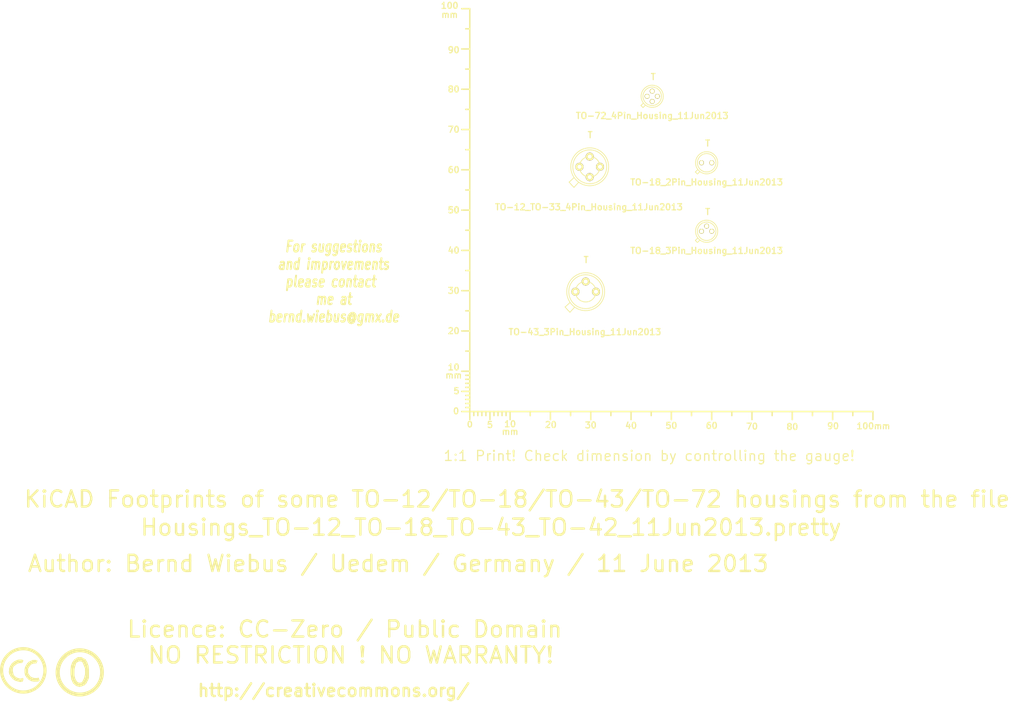
<source format=kicad_pcb>
(kicad_pcb (version 3) (host pcbnew "(2014-04-15 BZR 4803)-product")

  (general
    (links 0)
    (no_connects 0)
    (area -7.617818 22.805099 269.02947 197.4742)
    (thickness 1.6002)
    (drawings 7)
    (tracks 0)
    (zones 0)
    (modules 8)
    (nets 1)
  )

  (page A4)
  (layers
    (15 Vorderseite signal)
    (0 Rückseite signal)
    (16 B.Adhes user)
    (17 F.Adhes user)
    (18 B.Paste user)
    (19 F.Paste user)
    (20 B.SilkS user)
    (21 F.SilkS user)
    (22 B.Mask user)
    (23 F.Mask user)
    (24 Dwgs.User user)
    (25 Cmts.User user)
    (26 Eco1.User user)
    (27 Eco2.User user)
    (28 Edge.Cuts user)
  )

  (setup
    (last_trace_width 0.2032)
    (trace_clearance 0.254)
    (zone_clearance 0.508)
    (zone_45_only no)
    (trace_min 0.2032)
    (segment_width 0.381)
    (edge_width 0.381)
    (via_size 0.889)
    (via_drill 0.635)
    (via_min_size 0.889)
    (via_min_drill 0.508)
    (uvia_size 0.508)
    (uvia_drill 0.127)
    (uvias_allowed no)
    (uvia_min_size 0.508)
    (uvia_min_drill 0.127)
    (pcb_text_width 0.3048)
    (pcb_text_size 1.524 2.032)
    (mod_edge_width 0.381)
    (mod_text_size 1.524 1.524)
    (mod_text_width 0.3048)
    (pad_size 1.524 1.524)
    (pad_drill 0.8128)
    (pad_to_mask_clearance 0.254)
    (aux_axis_origin 0 0)
    (visible_elements 7FFFFFFF)
    (pcbplotparams
      (layerselection 3178497)
      (usegerberextensions false)
      (excludeedgelayer true)
      (linewidth 0.150000)
      (plotframeref false)
      (viasonmask false)
      (mode 1)
      (useauxorigin false)
      (hpglpennumber 1)
      (hpglpenspeed 20)
      (hpglpendiameter 15)
      (hpglpenoverlay 0)
      (psnegative false)
      (psa4output false)
      (plotreference true)
      (plotvalue true)
      (plotothertext true)
      (plotinvisibletext false)
      (padsonsilk false)
      (subtractmaskfromsilk false)
      (outputformat 4)
      (mirror false)
      (drillshape 0)
      (scaleselection 1)
      (outputdirectory ""))
  )

  (net 0 "")

  (net_class Default "Dies ist die voreingestellte Netzklasse."
    (clearance 0.254)
    (trace_width 0.2032)
    (via_dia 0.889)
    (via_drill 0.635)
    (uvia_dia 0.508)
    (uvia_drill 0.127)
  )

  (module Gauge_100mm_Type2_SilkScreenTop_RevA_Date22Jun2010 (layer Vorderseite) (tedit 5389C230) (tstamp 4D88F07A)
    (at 131.75056 123.2494)
    (descr "Gauge, Massstab, 100mm, SilkScreenTop, Type 2,")
    (tags "Gauge, Massstab, 100mm, SilkScreenTop, Type 2,")
    (path Gauge_100mm_Type2_SilkScreenTop_RevA_Date22Jun2010)
    (fp_text reference MSC (at 4.0005 8.99922) (layer F.SilkS) hide
      (effects (font (thickness 0.3048)))
    )
    (fp_text value Gauge_100mm_Type2_SilkScreenTop_RevA_Date22Jun2010 (at 45.9994 8.99922) (layer F.SilkS) hide
      (effects (font (thickness 0.3048)))
    )
    (fp_text user mm (at 9.99998 5.00126) (layer F.SilkS)
      (effects (font (thickness 0.3048)))
    )
    (fp_text user mm (at -4.0005 -8.99922) (layer F.SilkS)
      (effects (font (thickness 0.3048)))
    )
    (fp_text user mm (at -5.00126 -98.5012) (layer F.SilkS)
      (effects (font (thickness 0.3048)))
    )
    (fp_text user 10 (at 10.00506 3.0988) (layer F.SilkS)
      (effects (font (size 1.50114 1.50114) (thickness 0.29972)))
    )
    (fp_text user 0 (at 0.00508 3.19786) (layer F.SilkS)
      (effects (font (size 1.39954 1.50114) (thickness 0.29972)))
    )
    (fp_text user 5 (at 5.0038 3.29946) (layer F.SilkS)
      (effects (font (size 1.50114 1.50114) (thickness 0.29972)))
    )
    (fp_text user 20 (at 20.1041 3.29946) (layer F.SilkS)
      (effects (font (size 1.50114 1.50114) (thickness 0.29972)))
    )
    (fp_text user 30 (at 30.00502 3.39852) (layer F.SilkS)
      (effects (font (size 1.50114 1.50114) (thickness 0.29972)))
    )
    (fp_text user 40 (at 40.005 3.50012) (layer F.SilkS)
      (effects (font (size 1.50114 1.50114) (thickness 0.29972)))
    )
    (fp_text user 50 (at 50.00498 3.50012) (layer F.SilkS)
      (effects (font (size 1.50114 1.50114) (thickness 0.29972)))
    )
    (fp_text user 60 (at 60.00496 3.50012) (layer F.SilkS)
      (effects (font (size 1.50114 1.50114) (thickness 0.29972)))
    )
    (fp_text user 70 (at 70.00494 3.70078) (layer F.SilkS)
      (effects (font (size 1.50114 1.50114) (thickness 0.29972)))
    )
    (fp_text user 80 (at 80.00492 3.79984) (layer F.SilkS)
      (effects (font (size 1.50114 1.50114) (thickness 0.29972)))
    )
    (fp_text user 90 (at 90.1065 3.60172) (layer F.SilkS)
      (effects (font (size 1.50114 1.50114) (thickness 0.29972)))
    )
    (fp_text user 100mm (at 100.10648 3.60172) (layer F.SilkS)
      (effects (font (size 1.50114 1.50114) (thickness 0.29972)))
    )
    (fp_line (start 0 -8.99922) (end -1.00076 -8.99922) (layer F.SilkS) (width 0.381))
    (fp_line (start 0 -8.001) (end -1.00076 -8.001) (layer F.SilkS) (width 0.381))
    (fp_line (start 0 -7.00024) (end -1.00076 -7.00024) (layer F.SilkS) (width 0.381))
    (fp_line (start 0 -5.99948) (end -1.00076 -5.99948) (layer F.SilkS) (width 0.381))
    (fp_line (start 0 -4.0005) (end -1.00076 -4.0005) (layer F.SilkS) (width 0.381))
    (fp_line (start 0 -2.99974) (end -1.00076 -2.99974) (layer F.SilkS) (width 0.381))
    (fp_line (start 0 -1.99898) (end -1.00076 -1.99898) (layer F.SilkS) (width 0.381))
    (fp_line (start 0 -1.00076) (end -1.00076 -1.00076) (layer F.SilkS) (width 0.381))
    (fp_line (start 0 0) (end -1.99898 0) (layer F.SilkS) (width 0.381))
    (fp_line (start 0 -5.00126) (end -1.99898 -5.00126) (layer F.SilkS) (width 0.381))
    (fp_line (start 0 -9.99998) (end -1.99898 -9.99998) (layer F.SilkS) (width 0.381))
    (fp_line (start 0 -15.00124) (end -1.00076 -15.00124) (layer F.SilkS) (width 0.381))
    (fp_line (start 0 -19.99996) (end -1.99898 -19.99996) (layer F.SilkS) (width 0.381))
    (fp_line (start 0 -25.00122) (end -1.00076 -25.00122) (layer F.SilkS) (width 0.381))
    (fp_line (start 0 -29.99994) (end -1.99898 -29.99994) (layer F.SilkS) (width 0.381))
    (fp_line (start 0 -35.0012) (end -1.00076 -35.0012) (layer F.SilkS) (width 0.381))
    (fp_line (start 0 -39.99992) (end -1.99898 -39.99992) (layer F.SilkS) (width 0.381))
    (fp_line (start 0 -45.00118) (end -1.00076 -45.00118) (layer F.SilkS) (width 0.381))
    (fp_line (start 0 -49.9999) (end -1.99898 -49.9999) (layer F.SilkS) (width 0.381))
    (fp_line (start 0 -55.00116) (end -1.00076 -55.00116) (layer F.SilkS) (width 0.381))
    (fp_line (start 0 -59.99988) (end -1.99898 -59.99988) (layer F.SilkS) (width 0.381))
    (fp_line (start 0 -65.00114) (end -1.00076 -65.00114) (layer F.SilkS) (width 0.381))
    (fp_line (start 0 -69.99986) (end -1.99898 -69.99986) (layer F.SilkS) (width 0.381))
    (fp_line (start 0 -75.00112) (end -1.00076 -75.00112) (layer F.SilkS) (width 0.381))
    (fp_line (start 0 -79.99984) (end -1.99898 -79.99984) (layer F.SilkS) (width 0.381))
    (fp_line (start 0 -85.0011) (end -1.00076 -85.0011) (layer F.SilkS) (width 0.381))
    (fp_line (start 0 -89.99982) (end -1.99898 -89.99982) (layer F.SilkS) (width 0.381))
    (fp_line (start 0 -95.00108) (end -1.00076 -95.00108) (layer F.SilkS) (width 0.381))
    (fp_line (start 0 0) (end 0 -99.9998) (layer F.SilkS) (width 0.381))
    (fp_line (start 0 -99.9998) (end -1.99898 -99.9998) (layer F.SilkS) (width 0.381))
    (fp_text user 100 (at -4.99872 -100.7491) (layer F.SilkS)
      (effects (font (size 1.50114 1.50114) (thickness 0.29972)))
    )
    (fp_text user 90 (at -4.0005 -89.7509) (layer F.SilkS)
      (effects (font (size 1.50114 1.50114) (thickness 0.29972)))
    )
    (fp_text user 80 (at -4.0005 -79.99984) (layer F.SilkS)
      (effects (font (size 1.50114 1.50114) (thickness 0.29972)))
    )
    (fp_text user 70 (at -4.0005 -69.99986) (layer F.SilkS)
      (effects (font (size 1.50114 1.50114) (thickness 0.29972)))
    )
    (fp_text user 60 (at -4.0005 -59.99988) (layer F.SilkS)
      (effects (font (size 1.50114 1.50114) (thickness 0.29972)))
    )
    (fp_text user 50 (at -4.0005 -49.9999) (layer F.SilkS)
      (effects (font (size 1.50114 1.50114) (thickness 0.34036)))
    )
    (fp_text user 40 (at -4.0005 -39.99992) (layer F.SilkS)
      (effects (font (size 1.50114 1.50114) (thickness 0.29972)))
    )
    (fp_text user 30 (at -4.0005 -29.99994) (layer F.SilkS)
      (effects (font (size 1.50114 1.50114) (thickness 0.29972)))
    )
    (fp_text user 20 (at -4.0005 -19.99996) (layer F.SilkS)
      (effects (font (size 1.50114 1.50114) (thickness 0.29972)))
    )
    (fp_line (start 95.00108 0) (end 95.00108 1.00076) (layer F.SilkS) (width 0.381))
    (fp_line (start 89.99982 0) (end 89.99982 1.99898) (layer F.SilkS) (width 0.381))
    (fp_line (start 85.0011 0) (end 85.0011 1.00076) (layer F.SilkS) (width 0.381))
    (fp_line (start 79.99984 0) (end 79.99984 1.99898) (layer F.SilkS) (width 0.381))
    (fp_line (start 75.00112 0) (end 75.00112 1.00076) (layer F.SilkS) (width 0.381))
    (fp_line (start 69.99986 0) (end 69.99986 1.99898) (layer F.SilkS) (width 0.381))
    (fp_line (start 65.00114 0) (end 65.00114 1.00076) (layer F.SilkS) (width 0.381))
    (fp_line (start 59.99988 0) (end 59.99988 1.99898) (layer F.SilkS) (width 0.381))
    (fp_line (start 55.00116 0) (end 55.00116 1.00076) (layer F.SilkS) (width 0.381))
    (fp_line (start 49.9999 0) (end 49.9999 1.99898) (layer F.SilkS) (width 0.381))
    (fp_line (start 45.00118 0) (end 45.00118 1.00076) (layer F.SilkS) (width 0.381))
    (fp_line (start 39.99992 0) (end 39.99992 1.99898) (layer F.SilkS) (width 0.381))
    (fp_line (start 35.0012 0) (end 35.0012 1.00076) (layer F.SilkS) (width 0.381))
    (fp_line (start 29.99994 0) (end 29.99994 1.99898) (layer F.SilkS) (width 0.381))
    (fp_line (start 25.00122 0) (end 25.00122 1.00076) (layer F.SilkS) (width 0.381))
    (fp_line (start 19.99996 0) (end 19.99996 1.99898) (layer F.SilkS) (width 0.381))
    (fp_line (start 15.00124 0) (end 15.00124 1.00076) (layer F.SilkS) (width 0.381))
    (fp_line (start 9.99998 0) (end 99.9998 0) (layer F.SilkS) (width 0.381))
    (fp_line (start 99.9998 0) (end 99.9998 1.99898) (layer F.SilkS) (width 0.381))
    (fp_text user 5 (at -3.302 -5.10286) (layer F.SilkS)
      (effects (font (size 1.50114 1.50114) (thickness 0.29972)))
    )
    (fp_text user 0 (at -3.4036 -0.10414) (layer F.SilkS)
      (effects (font (size 1.50114 1.50114) (thickness 0.29972)))
    )
    (fp_text user 10 (at -4.0005 -11.00074) (layer F.SilkS)
      (effects (font (size 1.50114 1.50114) (thickness 0.29972)))
    )
    (fp_line (start 8.99922 0) (end 8.99922 1.00076) (layer F.SilkS) (width 0.381))
    (fp_line (start 8.001 0) (end 8.001 1.00076) (layer F.SilkS) (width 0.381))
    (fp_line (start 7.00024 0) (end 7.00024 1.00076) (layer F.SilkS) (width 0.381))
    (fp_line (start 5.99948 0) (end 5.99948 1.00076) (layer F.SilkS) (width 0.381))
    (fp_line (start 4.0005 0) (end 4.0005 1.00076) (layer F.SilkS) (width 0.381))
    (fp_line (start 2.99974 0) (end 2.99974 1.00076) (layer F.SilkS) (width 0.381))
    (fp_line (start 1.99898 0) (end 1.99898 1.00076) (layer F.SilkS) (width 0.381))
    (fp_line (start 1.00076 0) (end 1.00076 1.00076) (layer F.SilkS) (width 0.381))
    (fp_line (start 5.00126 0) (end 5.00126 1.99898) (layer F.SilkS) (width 0.381))
    (fp_line (start 0 0) (end 0 1.99898) (layer F.SilkS) (width 0.381))
    (fp_line (start 0 0) (end 9.99998 0) (layer F.SilkS) (width 0.381))
    (fp_line (start 9.99998 0) (end 9.99998 1.99898) (layer F.SilkS) (width 0.381))
  )

  (module Symbol_CC-PublicDomain_SilkScreenTop_Big (layer Vorderseite) (tedit 515D641F) (tstamp 515F0B64)
    (at 35 188)
    (descr "Symbol, CC-PublicDomain, SilkScreen Top, Big,")
    (tags "Symbol, CC-PublicDomain, SilkScreen Top, Big,")
    (path Symbol_CC-Noncommercial_CopperTop_Big)
    (fp_text reference Sym (at 0.59944 -7.29996) (layer F.SilkS) hide
      (effects (font (thickness 0.3048)))
    )
    (fp_text value Symbol_CC-PublicDomain_SilkScreenTop_Big (at 0.59944 8.001) (layer F.SilkS) hide
      (effects (font (thickness 0.3048)))
    )
    (fp_circle (center 0 0) (end 5.8 -0.05) (layer F.SilkS) (width 0.381))
    (fp_circle (center 0 0) (end 5.5 0) (layer F.SilkS) (width 0.381))
    (fp_circle (center 0.05 0) (end 5.25 0) (layer F.SilkS) (width 0.381))
    (fp_line (start 1.1 -2.5) (end 1.4 -1.9) (layer F.SilkS) (width 0.381))
    (fp_line (start -1.8 1.2) (end -1.6 1.9) (layer F.SilkS) (width 0.381))
    (fp_line (start -1.6 1.9) (end -1.2 2.5) (layer F.SilkS) (width 0.381))
    (fp_line (start 0 -3) (end 0.75 -2.75) (layer F.SilkS) (width 0.381))
    (fp_line (start 0.75 -2.75) (end 1 -2.25) (layer F.SilkS) (width 0.381))
    (fp_line (start 1 -2.25) (end 1.5 -1) (layer F.SilkS) (width 0.381))
    (fp_line (start 1.5 -1) (end 1.5 -0.5) (layer F.SilkS) (width 0.381))
    (fp_line (start 1.5 -0.5) (end 1.5 0.5) (layer F.SilkS) (width 0.381))
    (fp_line (start 1.5 0.5) (end 1.25 1.5) (layer F.SilkS) (width 0.381))
    (fp_line (start 1.25 1.5) (end 0.75 2.5) (layer F.SilkS) (width 0.381))
    (fp_line (start 0.75 2.5) (end 0.25 2.75) (layer F.SilkS) (width 0.381))
    (fp_line (start 0.25 2.75) (end -0.25 2.75) (layer F.SilkS) (width 0.381))
    (fp_line (start -0.25 2.75) (end -0.75 2.5) (layer F.SilkS) (width 0.381))
    (fp_line (start -0.75 2.5) (end -1.25 1.75) (layer F.SilkS) (width 0.381))
    (fp_line (start -1.25 1.75) (end -1.5 0.75) (layer F.SilkS) (width 0.381))
    (fp_line (start -1.5 0.75) (end -1.5 -0.75) (layer F.SilkS) (width 0.381))
    (fp_line (start -1.5 -0.75) (end -1.25 -1.75) (layer F.SilkS) (width 0.381))
    (fp_line (start -1.25 -1.75) (end -1 -2.5) (layer F.SilkS) (width 0.381))
    (fp_line (start -1 -2.5) (end -0.3 -2.9) (layer F.SilkS) (width 0.381))
    (fp_line (start -0.3 -2.9) (end 0.2 -3) (layer F.SilkS) (width 0.381))
    (fp_line (start 0.2 -3) (end 0.8 -3) (layer F.SilkS) (width 0.381))
    (fp_line (start 0.8 -3) (end 1.4 -2.3) (layer F.SilkS) (width 0.381))
    (fp_line (start 1.4 -2.3) (end 1.6 -1.4) (layer F.SilkS) (width 0.381))
    (fp_line (start 1.6 -1.4) (end 1.7 -0.3) (layer F.SilkS) (width 0.381))
    (fp_line (start 1.7 -0.3) (end 1.7 0.9) (layer F.SilkS) (width 0.381))
    (fp_line (start 1.7 0.9) (end 1.4 1.8) (layer F.SilkS) (width 0.381))
    (fp_line (start 1.4 1.8) (end 1 2.7) (layer F.SilkS) (width 0.381))
    (fp_line (start 1 2.7) (end 0.5 3) (layer F.SilkS) (width 0.381))
    (fp_line (start 0.5 3) (end -0.4 3) (layer F.SilkS) (width 0.381))
    (fp_line (start -0.4 3) (end -1.3 2.3) (layer F.SilkS) (width 0.381))
    (fp_line (start -1.3 2.3) (end -1.7 1) (layer F.SilkS) (width 0.381))
    (fp_line (start -1.7 1) (end -1.8 -0.7) (layer F.SilkS) (width 0.381))
    (fp_line (start -1.8 -0.7) (end -1.4 -2.2) (layer F.SilkS) (width 0.381))
    (fp_line (start -1.4 -2.2) (end -1 -2.9) (layer F.SilkS) (width 0.381))
    (fp_line (start -1 -2.9) (end -0.2 -3.3) (layer F.SilkS) (width 0.381))
    (fp_line (start -0.2 -3.3) (end 0.7 -3.2) (layer F.SilkS) (width 0.381))
    (fp_line (start 0.7 -3.2) (end 1.3 -3.1) (layer F.SilkS) (width 0.381))
    (fp_line (start 1.3 -3.1) (end 1.7 -2.4) (layer F.SilkS) (width 0.381))
    (fp_line (start 1.7 -2.4) (end 2 -1.6) (layer F.SilkS) (width 0.381))
    (fp_line (start 2 -1.6) (end 2.1 -0.6) (layer F.SilkS) (width 0.381))
    (fp_line (start 2.1 -0.6) (end 2.1 0.3) (layer F.SilkS) (width 0.381))
    (fp_line (start 2.1 0.3) (end 2.1 1.3) (layer F.SilkS) (width 0.381))
    (fp_line (start 2.1 1.3) (end 1.9 1.8) (layer F.SilkS) (width 0.381))
    (fp_line (start 1.9 1.8) (end 1.5 2.6) (layer F.SilkS) (width 0.381))
    (fp_line (start 1.5 2.6) (end 1.1 3) (layer F.SilkS) (width 0.381))
    (fp_line (start 1.1 3) (end 0.4 3.3) (layer F.SilkS) (width 0.381))
    (fp_line (start 0.4 3.3) (end -0.1 3.4) (layer F.SilkS) (width 0.381))
    (fp_line (start -0.1 3.4) (end -0.8 3.2) (layer F.SilkS) (width 0.381))
    (fp_line (start -0.8 3.2) (end -1.5 2.6) (layer F.SilkS) (width 0.381))
    (fp_line (start -1.5 2.6) (end -1.9 1.7) (layer F.SilkS) (width 0.381))
    (fp_line (start -1.9 1.7) (end -2.1 0.4) (layer F.SilkS) (width 0.381))
    (fp_line (start -2.1 0.4) (end -2.1 -0.6) (layer F.SilkS) (width 0.381))
    (fp_line (start -2.1 -0.6) (end -2 -1.6) (layer F.SilkS) (width 0.381))
    (fp_line (start -2 -1.6) (end -1.7 -2.4) (layer F.SilkS) (width 0.381))
    (fp_line (start -1.7 -2.4) (end -1.2 -3.1) (layer F.SilkS) (width 0.381))
    (fp_line (start -1.2 -3.1) (end -0.4 -3.6) (layer F.SilkS) (width 0.381))
    (fp_line (start -0.4 -3.6) (end 0.4 -3.6) (layer F.SilkS) (width 0.381))
    (fp_line (start 0.4 -3.6) (end 1.1 -3.2) (layer F.SilkS) (width 0.381))
    (fp_line (start 1.1 -3.2) (end 1.1 -2.9) (layer F.SilkS) (width 0.381))
    (fp_line (start 1.1 -2.9) (end 1.8 -1.5) (layer F.SilkS) (width 0.381))
    (fp_line (start 1.8 -1.5) (end 1.8 -0.4) (layer F.SilkS) (width 0.381))
    (fp_line (start 1.8 -0.4) (end 1.8 1.1) (layer F.SilkS) (width 0.381))
    (fp_line (start 1.8 1.1) (end 1.2 2.6) (layer F.SilkS) (width 0.381))
    (fp_line (start 1.2 2.6) (end 0.2 3.2) (layer F.SilkS) (width 0.381))
    (fp_line (start 0.2 3.2) (end -0.5 3.2) (layer F.SilkS) (width 0.381))
    (fp_line (start -0.5 3.2) (end -1.1 2.7) (layer F.SilkS) (width 0.381))
    (fp_line (start -1.1 2.7) (end -1.9 0.6) (layer F.SilkS) (width 0.381))
    (fp_line (start -1.9 0.6) (end -1.7 -1.9) (layer F.SilkS) (width 0.381))
  )

  (module Symbol_CreativeCommons_SilkScreenTop_Type2_Big (layer Vorderseite) (tedit 515D640C) (tstamp 515F46B2)
    (at 21 187.5)
    (descr "Symbol, Creative Commons, SilkScreen Top, Type 2, Big,")
    (tags "Symbol, Creative Commons, SilkScreen Top, Type 2, Big,")
    (path Symbol_CreativeCommons_CopperTop_Type2_Big)
    (fp_text reference Sym (at 0.59944 -7.29996) (layer F.SilkS) hide
      (effects (font (thickness 0.3048)))
    )
    (fp_text value Symbol_CreativeCommons_Typ2_SilkScreenTop_Big (at 0.59944 8.001) (layer F.SilkS) hide
      (effects (font (thickness 0.3048)))
    )
    (fp_line (start -0.70104 2.70002) (end -0.29972 2.60096) (layer F.SilkS) (width 0.381))
    (fp_line (start -0.29972 2.60096) (end -0.20066 2.10058) (layer F.SilkS) (width 0.381))
    (fp_line (start -2.49936 -1.69926) (end -2.70002 -1.6002) (layer F.SilkS) (width 0.381))
    (fp_line (start -2.70002 -1.6002) (end -3.0988 -1.00076) (layer F.SilkS) (width 0.381))
    (fp_line (start -3.0988 -1.00076) (end -3.29946 -0.50038) (layer F.SilkS) (width 0.381))
    (fp_line (start -3.29946 -0.50038) (end -3.40106 0.39878) (layer F.SilkS) (width 0.381))
    (fp_line (start -3.40106 0.39878) (end -3.29946 0.89916) (layer F.SilkS) (width 0.381))
    (fp_line (start -0.19812 2.4003) (end -0.29718 2.59842) (layer F.SilkS) (width 0.381))
    (fp_line (start 3.70078 2.10058) (end 3.79984 2.4003) (layer F.SilkS) (width 0.381))
    (fp_line (start 2.99974 -2.4003) (end 3.29946 -2.30124) (layer F.SilkS) (width 0.381))
    (fp_line (start 3.29946 -2.30124) (end 3.0988 -1.99898) (layer F.SilkS) (width 0.381))
    (fp_line (start 0 -5.40004) (end -0.50038 -5.40004) (layer F.SilkS) (width 0.381))
    (fp_line (start -0.50038 -5.40004) (end -1.30048 -5.10032) (layer F.SilkS) (width 0.381))
    (fp_line (start -1.30048 -5.10032) (end -1.99898 -4.89966) (layer F.SilkS) (width 0.381))
    (fp_line (start -1.99898 -4.89966) (end -2.70002 -4.699) (layer F.SilkS) (width 0.381))
    (fp_line (start -2.70002 -4.699) (end -3.29946 -4.20116) (layer F.SilkS) (width 0.381))
    (fp_line (start -3.29946 -4.20116) (end -4.0005 -3.59918) (layer F.SilkS) (width 0.381))
    (fp_line (start -4.0005 -3.59918) (end -4.50088 -2.99974) (layer F.SilkS) (width 0.381))
    (fp_line (start -4.50088 -2.99974) (end -5.00126 -2.10058) (layer F.SilkS) (width 0.381))
    (fp_line (start -5.00126 -2.10058) (end -5.30098 -1.09982) (layer F.SilkS) (width 0.381))
    (fp_line (start -5.30098 -1.09982) (end -5.40004 0.09906) (layer F.SilkS) (width 0.381))
    (fp_line (start -5.40004 0.09906) (end -5.19938 1.30048) (layer F.SilkS) (width 0.381))
    (fp_line (start -5.19938 1.30048) (end -4.8006 2.4003) (layer F.SilkS) (width 0.381))
    (fp_line (start -4.8006 2.4003) (end -3.79984 3.8989) (layer F.SilkS) (width 0.381))
    (fp_line (start -3.79984 3.8989) (end -2.60096 4.8006) (layer F.SilkS) (width 0.381))
    (fp_line (start -2.60096 4.8006) (end -1.30048 5.30098) (layer F.SilkS) (width 0.381))
    (fp_line (start -1.30048 5.30098) (end 0.09906 5.30098) (layer F.SilkS) (width 0.381))
    (fp_line (start 0.09906 5.30098) (end 1.6002 5.19938) (layer F.SilkS) (width 0.381))
    (fp_line (start 1.6002 5.19938) (end 2.60096 4.699) (layer F.SilkS) (width 0.381))
    (fp_line (start 2.60096 4.699) (end 4.20116 3.40106) (layer F.SilkS) (width 0.381))
    (fp_line (start 4.20116 3.40106) (end 5.00126 1.80086) (layer F.SilkS) (width 0.381))
    (fp_line (start 5.00126 1.80086) (end 5.40004 0.29972) (layer F.SilkS) (width 0.381))
    (fp_line (start 5.40004 0.29972) (end 5.19938 -1.39954) (layer F.SilkS) (width 0.381))
    (fp_line (start 5.19938 -1.39954) (end 4.699 -2.49936) (layer F.SilkS) (width 0.381))
    (fp_line (start 4.699 -2.49936) (end 3.40106 -4.09956) (layer F.SilkS) (width 0.381))
    (fp_line (start 3.40106 -4.09956) (end 2.4003 -4.8006) (layer F.SilkS) (width 0.381))
    (fp_line (start 2.4003 -4.8006) (end 1.39954 -5.19938) (layer F.SilkS) (width 0.381))
    (fp_line (start 1.39954 -5.19938) (end 0 -5.30098) (layer F.SilkS) (width 0.381))
    (fp_line (start 0.60198 -0.70104) (end 0.50292 -0.20066) (layer F.SilkS) (width 0.381))
    (fp_line (start 0.50292 -0.20066) (end 0.50292 0.49784) (layer F.SilkS) (width 0.381))
    (fp_line (start 0.50292 0.49784) (end 0.60198 1.09982) (layer F.SilkS) (width 0.381))
    (fp_line (start 0.60198 1.09982) (end 1.00076 1.69926) (layer F.SilkS) (width 0.381))
    (fp_line (start 1.00076 1.69926) (end 1.50114 2.19964) (layer F.SilkS) (width 0.381))
    (fp_line (start 1.50114 2.19964) (end 2.10058 2.49936) (layer F.SilkS) (width 0.381))
    (fp_line (start 2.10058 2.49936) (end 2.60096 2.59842) (layer F.SilkS) (width 0.381))
    (fp_line (start 2.60096 2.59842) (end 3.00228 2.59842) (layer F.SilkS) (width 0.381))
    (fp_line (start 3.00228 2.59842) (end 3.40106 2.59842) (layer F.SilkS) (width 0.381))
    (fp_line (start 3.40106 2.59842) (end 3.80238 2.49936) (layer F.SilkS) (width 0.381))
    (fp_line (start 3.80238 2.49936) (end 3.70078 2.2987) (layer F.SilkS) (width 0.381))
    (fp_line (start 3.70078 2.2987) (end 2.80162 2.4003) (layer F.SilkS) (width 0.381))
    (fp_line (start 2.80162 2.4003) (end 1.80086 2.09804) (layer F.SilkS) (width 0.381))
    (fp_line (start 1.80086 2.09804) (end 1.20142 1.6002) (layer F.SilkS) (width 0.381))
    (fp_line (start 1.20142 1.6002) (end 0.80264 0.6985) (layer F.SilkS) (width 0.381))
    (fp_line (start 0.80264 0.6985) (end 0.70104 -0.29972) (layer F.SilkS) (width 0.381))
    (fp_line (start 0.70104 -0.29972) (end 1.00076 -1.00076) (layer F.SilkS) (width 0.381))
    (fp_line (start 1.00076 -1.00076) (end 1.60274 -1.7018) (layer F.SilkS) (width 0.381))
    (fp_line (start 1.60274 -1.7018) (end 2.30124 -2.10058) (layer F.SilkS) (width 0.381))
    (fp_line (start 2.30124 -2.10058) (end 3.00228 -2.10058) (layer F.SilkS) (width 0.381))
    (fp_line (start 3.00228 -2.10058) (end 3.10134 -1.89992) (layer F.SilkS) (width 0.381))
    (fp_line (start 3.10134 -1.89992) (end 2.5019 -1.89992) (layer F.SilkS) (width 0.381))
    (fp_line (start 2.5019 -1.89992) (end 1.80086 -1.6002) (layer F.SilkS) (width 0.381))
    (fp_line (start 1.80086 -1.6002) (end 1.30048 -1.00076) (layer F.SilkS) (width 0.381))
    (fp_line (start 1.30048 -1.00076) (end 1.00076 -0.40132) (layer F.SilkS) (width 0.381))
    (fp_line (start 1.00076 -0.40132) (end 1.00076 0.09906) (layer F.SilkS) (width 0.381))
    (fp_line (start 1.00076 0.09906) (end 1.00076 0.6985) (layer F.SilkS) (width 0.381))
    (fp_line (start 1.00076 0.6985) (end 1.30048 1.19888) (layer F.SilkS) (width 0.381))
    (fp_line (start 1.30048 1.19888) (end 1.7018 1.69926) (layer F.SilkS) (width 0.381))
    (fp_line (start 1.7018 1.69926) (end 2.30124 1.99898) (layer F.SilkS) (width 0.381))
    (fp_line (start 2.30124 1.99898) (end 2.90068 2.09804) (layer F.SilkS) (width 0.381))
    (fp_line (start 2.90068 2.09804) (end 3.40106 2.09804) (layer F.SilkS) (width 0.381))
    (fp_line (start 3.40106 2.09804) (end 3.70078 1.99898) (layer F.SilkS) (width 0.381))
    (fp_line (start 3.00228 -2.4003) (end 2.40284 -2.4003) (layer F.SilkS) (width 0.381))
    (fp_line (start 2.40284 -2.4003) (end 2.00152 -2.20218) (layer F.SilkS) (width 0.381))
    (fp_line (start 2.00152 -2.20218) (end 1.50114 -2.00152) (layer F.SilkS) (width 0.381))
    (fp_line (start 1.50114 -2.00152) (end 1.10236 -1.6002) (layer F.SilkS) (width 0.381))
    (fp_line (start 1.10236 -1.6002) (end 0.80264 -1.09982) (layer F.SilkS) (width 0.381))
    (fp_line (start 0.80264 -1.09982) (end 0.60198 -0.70104) (layer F.SilkS) (width 0.381))
    (fp_line (start -0.39878 -1.99898) (end -0.89916 -1.99898) (layer F.SilkS) (width 0.381))
    (fp_line (start -0.89916 -1.99898) (end -1.39954 -1.89738) (layer F.SilkS) (width 0.381))
    (fp_line (start -1.39954 -1.89738) (end -1.89992 -1.59766) (layer F.SilkS) (width 0.381))
    (fp_line (start -1.89992 -1.59766) (end -2.4003 -1.19888) (layer F.SilkS) (width 0.381))
    (fp_line (start -2.4003 -1.30048) (end -2.70002 -0.8001) (layer F.SilkS) (width 0.381))
    (fp_line (start -2.70002 -0.8001) (end -2.79908 -0.29972) (layer F.SilkS) (width 0.381))
    (fp_line (start -2.79908 -0.29972) (end -2.79908 0.20066) (layer F.SilkS) (width 0.381))
    (fp_line (start -2.79908 0.20066) (end -2.59842 1.00076) (layer F.SilkS) (width 0.381))
    (fp_line (start -2.69748 1.00076) (end -2.39776 1.39954) (layer F.SilkS) (width 0.381))
    (fp_line (start -2.29616 1.4986) (end -1.79578 1.89992) (layer F.SilkS) (width 0.381))
    (fp_line (start -1.79578 1.89992) (end -1.29794 2.09804) (layer F.SilkS) (width 0.381))
    (fp_line (start -1.29794 2.09804) (end -0.89662 2.19964) (layer F.SilkS) (width 0.381))
    (fp_line (start -0.89662 2.19964) (end -0.49784 2.19964) (layer F.SilkS) (width 0.381))
    (fp_line (start -0.49784 2.19964) (end -0.19812 2.09804) (layer F.SilkS) (width 0.381))
    (fp_line (start -0.19812 2.09804) (end -0.29718 2.4003) (layer F.SilkS) (width 0.381))
    (fp_line (start -0.29718 2.4003) (end -0.89662 2.49936) (layer F.SilkS) (width 0.381))
    (fp_line (start -0.89662 2.49936) (end -1.59766 2.2987) (layer F.SilkS) (width 0.381))
    (fp_line (start -1.59766 2.2987) (end -2.29616 1.79832) (layer F.SilkS) (width 0.381))
    (fp_line (start -2.29616 1.79832) (end -2.79654 1.29794) (layer F.SilkS) (width 0.381))
    (fp_line (start -2.79908 1.39954) (end -2.99974 0.70104) (layer F.SilkS) (width 0.381))
    (fp_line (start -2.99974 0.70104) (end -3.0988 0) (layer F.SilkS) (width 0.381))
    (fp_line (start -3.0988 0) (end -2.99974 -0.59944) (layer F.SilkS) (width 0.381))
    (fp_line (start -2.99974 -0.8001) (end -2.70002 -1.30048) (layer F.SilkS) (width 0.381))
    (fp_line (start -2.70002 -1.09982) (end -2.19964 -1.6002) (layer F.SilkS) (width 0.381))
    (fp_line (start -2.19964 -1.69926) (end -1.69926 -1.99898) (layer F.SilkS) (width 0.381))
    (fp_line (start -1.69926 -1.99898) (end -1.19888 -2.19964) (layer F.SilkS) (width 0.381))
    (fp_line (start -1.19888 -2.19964) (end -0.6985 -2.19964) (layer F.SilkS) (width 0.381))
    (fp_line (start -0.6985 -2.19964) (end -0.29972 -2.19964) (layer F.SilkS) (width 0.381))
    (fp_line (start -0.29972 -2.19964) (end -0.20066 -2.39776) (layer F.SilkS) (width 0.381))
    (fp_line (start -0.20066 -2.39776) (end -0.59944 -2.49936) (layer F.SilkS) (width 0.381))
    (fp_line (start -0.59944 -2.49936) (end -1.00076 -2.49936) (layer F.SilkS) (width 0.381))
    (fp_line (start -1.00076 -2.49936) (end -1.4986 -2.39776) (layer F.SilkS) (width 0.381))
    (fp_line (start -1.4986 -2.39776) (end -2.10058 -2.09804) (layer F.SilkS) (width 0.381))
    (fp_line (start -2.10058 -2.09804) (end -2.59842 -1.69926) (layer F.SilkS) (width 0.381))
    (fp_line (start -2.59842 -1.6002) (end -3.0988 -0.89916) (layer F.SilkS) (width 0.381))
    (fp_line (start -3.0988 -0.89916) (end -3.29946 -0.29972) (layer F.SilkS) (width 0.381))
    (fp_line (start -3.29946 -0.29972) (end -3.29946 0.40132) (layer F.SilkS) (width 0.381))
    (fp_line (start -3.29946 0.40132) (end -3.2004 1.00076) (layer F.SilkS) (width 0.381))
    (fp_line (start -3.29946 0.8001) (end -2.99974 1.39954) (layer F.SilkS) (width 0.381))
    (fp_line (start -2.89814 1.4986) (end -2.49682 1.99898) (layer F.SilkS) (width 0.381))
    (fp_line (start -2.49682 1.99898) (end -1.89738 2.4003) (layer F.SilkS) (width 0.381))
    (fp_line (start -1.89738 2.4003) (end -1.19634 2.59842) (layer F.SilkS) (width 0.381))
    (fp_line (start -1.19634 2.59842) (end -0.69596 2.70002) (layer F.SilkS) (width 0.381))
    (fp_line (start -2.9972 1.19888) (end -2.59842 1.19888) (layer F.SilkS) (width 0.381))
    (fp_circle (center 0 0) (end 5.08 1.016) (layer F.SilkS) (width 0.381))
    (fp_circle (center 0 0) (end 5.588 0) (layer F.SilkS) (width 0.381))
  )

  (module TO-12_TO-33_4Pin_Housing_11Jun2013 (layer Vorderseite) (tedit 51B7313E) (tstamp 51B73109)
    (at 161.5 62.5)
    (descr "TO-12, TO-33, 4Pin,")
    (tags "TO-12, TO-33, 4Pin,")
    (fp_text reference T (at 0.1 -7.9) (layer F.SilkS)
      (effects (font (thickness 0.3048)))
    )
    (fp_text value TO-12_TO-33_4Pin_Housing_11Jun2013 (at -0.2 10) (layer F.SilkS)
      (effects (font (thickness 0.3048)))
    )
    (fp_circle (center 0 0) (end 2.55 0) (layer F.SilkS) (width 0.2))
    (fp_line (start -4.5 4.5) (end -3.9 5.1) (layer F.SilkS) (width 0.2))
    (fp_line (start -3.9 5.1) (end -2.8 3.9) (layer F.SilkS) (width 0.2))
    (fp_line (start -4.5 4.5) (end -5.1 3.8) (layer F.SilkS) (width 0.2))
    (fp_line (start -5.1 3.8) (end -3.9 2.7) (layer F.SilkS) (width 0.2))
    (fp_circle (center 0 0) (end 4.2 0) (layer F.SilkS) (width 0.2))
    (fp_circle (center 0 0) (end 4.7 0) (layer F.SilkS) (width 0.2))
    (pad 1 thru_hole circle (at -2.55 0) (size 2 2) (drill 1) (layers *.Cu *.Mask F.SilkS))
    (pad 2 thru_hole circle (at 0 -2.525) (size 2 2) (drill 1) (layers *.Cu *.Mask F.SilkS))
    (pad 3 thru_hole circle (at 2.55 0) (size 2 2) (drill 1) (layers *.Cu *.Mask F.SilkS))
    (pad 4 thru_hole circle (at 0 2.55) (size 2 2) (drill 1) (layers *.Cu *.Mask F.SilkS))
  )

  (module TO-18_2Pin_Housing_11Jun2013 (layer Vorderseite) (tedit 51B7312F) (tstamp 51B7326F)
    (at 190.5 61.5)
    (descr "TO-18, 2Pin,")
    (tags "TO-18, 2Pin,")
    (fp_text reference T (at 0.254 -4.826) (layer F.SilkS)
      (effects (font (thickness 0.3048)))
    )
    (fp_text value TO-18_2Pin_Housing_11Jun2013 (at 0 4.826) (layer F.SilkS)
      (effects (font (thickness 0.3048)))
    )
    (fp_line (start -2.794 2.286) (end -2.286 1.778) (layer F.SilkS) (width 0.2))
    (fp_line (start -1.778 2.286) (end -2.286 2.794) (layer F.SilkS) (width 0.2))
    (fp_line (start -2.286 2.794) (end -2.794 2.286) (layer F.SilkS) (width 0.2))
    (fp_circle (center 0 0) (end 2.286 0) (layer F.SilkS) (width 0.2))
    (fp_circle (center 0 0) (end 2.75 0) (layer F.SilkS) (width 0.2))
    (pad 2 thru_hole circle (at -1.27 0) (size 1.2 1.2) (drill 0.8) (layers *.Cu *.Mask F.SilkS))
    (pad 1 thru_hole circle (at 1.27 0) (size 1.2 1.2) (drill 0.8) (layers *.Cu *.Mask F.SilkS))
    (model TO-12_TO-18_TO-43_TO-42_Housings_11Jun2013/TO-18_2Pin_Housing_Faktor03937_11Jun2013.wrl
      (at (xyz 0 0 0))
      (scale (xyz 0.3937 0.3937 0.3937))
      (rotate (xyz 0 0 0))
    )
  )

  (module TO-18_3Pin_Housing_11Jun2013 (layer Vorderseite) (tedit 51B73153) (tstamp 51B733D2)
    (at 190.5 78.5)
    (descr "TO-18, 3Pin,")
    (tags "TO-18, 3Pin,")
    (fp_text reference T (at 0.254 -4.826) (layer F.SilkS)
      (effects (font (thickness 0.3048)))
    )
    (fp_text value TO-18_3Pin_Housing_11Jun2013 (at 0 4.826) (layer F.SilkS)
      (effects (font (thickness 0.3048)))
    )
    (fp_line (start -2.794 2.286) (end -2.286 1.778) (layer F.SilkS) (width 0.2))
    (fp_line (start -1.778 2.286) (end -2.286 2.794) (layer F.SilkS) (width 0.2))
    (fp_line (start -2.286 2.794) (end -2.794 2.286) (layer F.SilkS) (width 0.2))
    (fp_circle (center 0 0) (end 2.286 0) (layer F.SilkS) (width 0.2))
    (fp_circle (center 0 0) (end 2.75 0) (layer F.SilkS) (width 0.2))
    (pad 1 thru_hole circle (at -1.27 0) (size 1.2 1.2) (drill 0.8) (layers *.Cu *.Mask F.SilkS))
    (pad 2 thru_hole circle (at 0 -1.27) (size 1.2 1.2) (drill 0.8) (layers *.Cu *.Mask F.SilkS))
    (pad 3 thru_hole circle (at 1.27 0) (size 1.2 1.2) (drill 0.8) (layers *.Cu *.Mask F.SilkS))
    (model TO-12_TO-18_TO-43_TO-42_Housings_11Jun2013/TO-18_3Pin_Housing_Faktor03937_11Jun2013.wrl
      (at (xyz 0 0 0))
      (scale (xyz 0.3937 0.3937 0.3937))
      (rotate (xyz 0 0 0))
    )
  )

  (module TO-43_3Pin_Housing_11Jun2013 (layer Vorderseite) (tedit 51B73166) (tstamp 51B7359F)
    (at 160.5 93.5)
    (descr "TO-43,  3Pin,")
    (tags "TO-43,  3Pin,")
    (fp_text reference T (at 0.1 -7.9) (layer F.SilkS)
      (effects (font (thickness 0.3048)))
    )
    (fp_text value TO-43_3Pin_Housing_11Jun2013 (at -0.2 10) (layer F.SilkS)
      (effects (font (thickness 0.3048)))
    )
    (fp_circle (center 0 0) (end 2.55 0) (layer F.SilkS) (width 0.2))
    (fp_line (start -4.5 4.5) (end -3.9 5.1) (layer F.SilkS) (width 0.2))
    (fp_line (start -3.9 5.1) (end -2.8 3.9) (layer F.SilkS) (width 0.2))
    (fp_line (start -4.5 4.5) (end -5.1 3.8) (layer F.SilkS) (width 0.2))
    (fp_line (start -5.1 3.8) (end -3.9 2.7) (layer F.SilkS) (width 0.2))
    (fp_circle (center 0 0) (end 4.2 0) (layer F.SilkS) (width 0.2))
    (fp_circle (center 0 0) (end 4.7 0) (layer F.SilkS) (width 0.2))
    (pad 1 thru_hole circle (at -2.55 0) (size 2 2) (drill 1) (layers *.Cu *.Mask F.SilkS))
    (pad 2 thru_hole circle (at 0 -2.525) (size 2 2) (drill 1) (layers *.Cu *.Mask F.SilkS))
    (pad 3 thru_hole circle (at 2.55 0) (size 2 2) (drill 1) (layers *.Cu *.Mask F.SilkS))
  )

  (module TO-72_4Pin_Housing_11Jun2013 (layer Vorderseite) (tedit 51B730F9) (tstamp 51B7361B)
    (at 177 45)
    (descr "TO-72, 4 Pin,")
    (tags "TO-72, 4 Pin,")
    (fp_text reference T (at 0.254 -4.826) (layer F.SilkS)
      (effects (font (thickness 0.3048)))
    )
    (fp_text value TO-72_4Pin_Housing_11Jun2013 (at 0 4.826) (layer F.SilkS)
      (effects (font (thickness 0.3048)))
    )
    (fp_line (start -2.794 2.286) (end -2.286 1.778) (layer F.SilkS) (width 0.2))
    (fp_line (start -1.778 2.286) (end -2.286 2.794) (layer F.SilkS) (width 0.2))
    (fp_line (start -2.286 2.794) (end -2.794 2.286) (layer F.SilkS) (width 0.2))
    (fp_circle (center 0 0) (end 2.286 0) (layer F.SilkS) (width 0.2))
    (fp_circle (center 0 0) (end 2.75 0) (layer F.SilkS) (width 0.2))
    (pad 1 thru_hole circle (at -1.27 0) (size 1.2 1.2) (drill 0.8) (layers *.Cu *.Mask F.SilkS))
    (pad 2 thru_hole circle (at 0 -1.27) (size 1.2 1.2) (drill 0.8) (layers *.Cu *.Mask F.SilkS))
    (pad 3 thru_hole circle (at 1.27 0) (size 1.2 1.2) (drill 0.8) (layers *.Cu *.Mask F.SilkS))
    (pad 4 thru_hole circle (at 0 1.27) (size 1.2 1.2) (drill 0.8) (layers *.Cu *.Mask F.SilkS))
  )

  (gr_text http://creativecommons.org/ (at 98 192.5) (layer F.SilkS)
    (effects (font (size 3 3) (thickness 0.6)))
  )
  (gr_text "For suggestions\nand improvements\nplease contact \nme at\nbernd.wiebus@gmx.de" (at 98 91) (layer F.SilkS)
    (effects (font (size 2.70002 1.99898) (thickness 0.50038) italic))
  )
  (gr_text "1:1 Print! Check dimension by controlling the gauge!" (at 176.24882 134.25014) (layer F.SilkS)
    (effects (font (size 2.49936 2.49936) (thickness 0.29972)))
  )
  (gr_text "Licence: CC-Zero / Public Domain \nNO RESTRICTION ! NO WARRANTY!" (at 102.2501 180.50064) (layer F.SilkS)
    (effects (font (size 4.0005 4.0005) (thickness 0.59944)))
  )
  (gr_text "Author: Bernd Wiebus / Uedem / Germany / 11 June 2013" (at 114 161) (layer F.SilkS)
    (effects (font (size 4.0005 4.0005) (thickness 0.59944)))
  )
  (gr_text "Housings_TO-12_TO-18_TO-43_TO-42_11Jun2013.pretty\n" (at 137 152) (layer F.SilkS)
    (effects (font (size 4.0005 4.0005) (thickness 0.59944)))
  )
  (gr_text "KiCAD Footprints of some TO-12/TO-18/TO-43/TO-72 housings from the file " (at 145 145) (layer F.SilkS)
    (effects (font (size 4.0005 4.0005) (thickness 0.59944)))
  )

)

</source>
